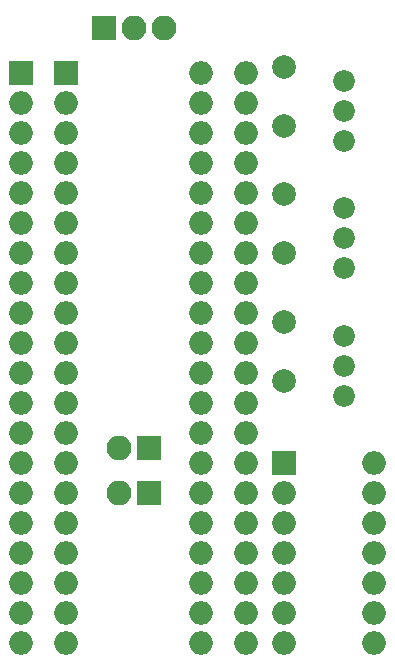
<source format=gts>
G04 #@! TF.FileFunction,Soldermask,Top*
%FSLAX46Y46*%
G04 Gerber Fmt 4.6, Leading zero omitted, Abs format (unit mm)*
G04 Created by KiCad (PCBNEW 4.0.7) date 08/17/19 21:40:14*
%MOMM*%
%LPD*%
G01*
G04 APERTURE LIST*
%ADD10C,0.100000*%
%ADD11R,2.000000X2.000000*%
%ADD12O,2.000000X2.000000*%
%ADD13C,2.000000*%
%ADD14C,1.840000*%
%ADD15R,2.100000X2.100000*%
%ADD16O,2.100000X2.100000*%
G04 APERTURE END LIST*
D10*
D11*
X120015000Y-104775000D03*
D12*
X135255000Y-153035000D03*
X120015000Y-107315000D03*
X135255000Y-150495000D03*
X120015000Y-109855000D03*
X135255000Y-147955000D03*
X120015000Y-112395000D03*
X135255000Y-145415000D03*
X120015000Y-114935000D03*
X135255000Y-142875000D03*
X120015000Y-117475000D03*
X135255000Y-140335000D03*
X120015000Y-120015000D03*
X135255000Y-137795000D03*
X120015000Y-122555000D03*
X135255000Y-135255000D03*
X120015000Y-125095000D03*
X135255000Y-132715000D03*
X120015000Y-127635000D03*
X135255000Y-130175000D03*
X120015000Y-130175000D03*
X135255000Y-127635000D03*
X120015000Y-132715000D03*
X135255000Y-125095000D03*
X120015000Y-135255000D03*
X135255000Y-122555000D03*
X120015000Y-137795000D03*
X135255000Y-120015000D03*
X120015000Y-140335000D03*
X135255000Y-117475000D03*
X120015000Y-142875000D03*
X135255000Y-114935000D03*
X120015000Y-145415000D03*
X135255000Y-112395000D03*
X120015000Y-147955000D03*
X135255000Y-109855000D03*
X120015000Y-150495000D03*
X135255000Y-107315000D03*
X120015000Y-153035000D03*
X135255000Y-104775000D03*
D13*
X138430000Y-130810000D03*
X138430000Y-125810000D03*
X138430000Y-109220000D03*
X138430000Y-104220000D03*
X138430000Y-120015000D03*
X138430000Y-115015000D03*
D14*
X143510000Y-110490000D03*
X143510000Y-107950000D03*
X143510000Y-105410000D03*
X143510000Y-121285000D03*
X143510000Y-118745000D03*
X143510000Y-116205000D03*
X143510000Y-132080000D03*
X143510000Y-129540000D03*
X143510000Y-127000000D03*
D11*
X138430000Y-137795000D03*
D12*
X146050000Y-153035000D03*
X138430000Y-140335000D03*
X146050000Y-150495000D03*
X138430000Y-142875000D03*
X146050000Y-147955000D03*
X138430000Y-145415000D03*
X146050000Y-145415000D03*
X138430000Y-147955000D03*
X146050000Y-142875000D03*
X138430000Y-150495000D03*
X146050000Y-140335000D03*
X138430000Y-153035000D03*
X146050000Y-137795000D03*
D11*
X116205000Y-104775000D03*
D12*
X131445000Y-153035000D03*
X116205000Y-107315000D03*
X131445000Y-150495000D03*
X116205000Y-109855000D03*
X131445000Y-147955000D03*
X116205000Y-112395000D03*
X131445000Y-145415000D03*
X116205000Y-114935000D03*
X131445000Y-142875000D03*
X116205000Y-117475000D03*
X131445000Y-140335000D03*
X116205000Y-120015000D03*
X131445000Y-137795000D03*
X116205000Y-122555000D03*
X131445000Y-135255000D03*
X116205000Y-125095000D03*
X131445000Y-132715000D03*
X116205000Y-127635000D03*
X131445000Y-130175000D03*
X116205000Y-130175000D03*
X131445000Y-127635000D03*
X116205000Y-132715000D03*
X131445000Y-125095000D03*
X116205000Y-135255000D03*
X131445000Y-122555000D03*
X116205000Y-137795000D03*
X131445000Y-120015000D03*
X116205000Y-140335000D03*
X131445000Y-117475000D03*
X116205000Y-142875000D03*
X131445000Y-114935000D03*
X116205000Y-145415000D03*
X131445000Y-112395000D03*
X116205000Y-147955000D03*
X131445000Y-109855000D03*
X116205000Y-150495000D03*
X131445000Y-107315000D03*
X116205000Y-153035000D03*
X131445000Y-104775000D03*
D15*
X123190000Y-100965000D03*
D16*
X125730000Y-100965000D03*
X128270000Y-100965000D03*
D15*
X127000000Y-140335000D03*
D16*
X124460000Y-140335000D03*
D15*
X127000000Y-136525000D03*
D16*
X124460000Y-136525000D03*
M02*

</source>
